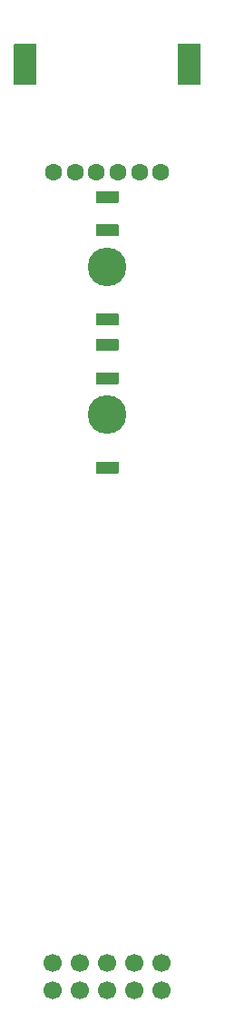
<source format=gbr>
%TF.GenerationSoftware,KiCad,Pcbnew,5.1.7-a382d34a8~88~ubuntu18.04.1*%
%TF.CreationDate,2021-10-27T00:47:39-07:00*%
%TF.ProjectId,cv-extractor,63762d65-7874-4726-9163-746f722e6b69,rev?*%
%TF.SameCoordinates,Original*%
%TF.FileFunction,Soldermask,Top*%
%TF.FilePolarity,Negative*%
%FSLAX46Y46*%
G04 Gerber Fmt 4.6, Leading zero omitted, Abs format (unit mm)*
G04 Created by KiCad (PCBNEW 5.1.7-a382d34a8~88~ubuntu18.04.1) date 2021-10-27 00:47:39*
%MOMM*%
%LPD*%
G01*
G04 APERTURE LIST*
%ADD10C,3.600000*%
%ADD11C,1.600000*%
%ADD12C,1.700200*%
G04 APERTURE END LIST*
D10*
%TO.C,J2*%
X100000000Y-62750000D03*
G36*
G01*
X101050000Y-67170000D02*
X101050000Y-68170000D01*
G75*
G02*
X101000000Y-68220000I-50000J0D01*
G01*
X99000000Y-68220000D01*
G75*
G02*
X98950000Y-68170000I0J50000D01*
G01*
X98950000Y-67170000D01*
G75*
G02*
X99000000Y-67120000I50000J0D01*
G01*
X101000000Y-67120000D01*
G75*
G02*
X101050000Y-67170000I0J-50000D01*
G01*
G37*
G36*
G01*
X101050000Y-58870000D02*
X101050000Y-59870000D01*
G75*
G02*
X101000000Y-59920000I-50000J0D01*
G01*
X99000000Y-59920000D01*
G75*
G02*
X98950000Y-59870000I0J50000D01*
G01*
X98950000Y-58870000D01*
G75*
G02*
X99000000Y-58820000I50000J0D01*
G01*
X101000000Y-58820000D01*
G75*
G02*
X101050000Y-58870000I0J-50000D01*
G01*
G37*
G36*
G01*
X101050000Y-55770000D02*
X101050000Y-56770000D01*
G75*
G02*
X101000000Y-56820000I-50000J0D01*
G01*
X99000000Y-56820000D01*
G75*
G02*
X98950000Y-56770000I0J50000D01*
G01*
X98950000Y-55770000D01*
G75*
G02*
X99000000Y-55720000I50000J0D01*
G01*
X101000000Y-55720000D01*
G75*
G02*
X101050000Y-55770000I0J-50000D01*
G01*
G37*
%TD*%
%TO.C,RV1*%
G36*
G01*
X106600000Y-32050000D02*
X106600000Y-28350000D01*
G75*
G02*
X106650000Y-28300000I50000J0D01*
G01*
X108650000Y-28300000D01*
G75*
G02*
X108700000Y-28350000I0J-50000D01*
G01*
X108700000Y-32050000D01*
G75*
G02*
X108650000Y-32100000I-50000J0D01*
G01*
X106650000Y-32100000D01*
G75*
G02*
X106600000Y-32050000I0J50000D01*
G01*
G37*
D11*
X105000000Y-40200000D03*
X103000000Y-40200000D03*
X101000000Y-40200000D03*
X99000000Y-40200000D03*
X97000000Y-40200000D03*
X95000000Y-40200000D03*
G36*
G01*
X91300000Y-32050000D02*
X91300000Y-28350000D01*
G75*
G02*
X91350000Y-28300000I50000J0D01*
G01*
X93350000Y-28300000D01*
G75*
G02*
X93400000Y-28350000I0J-50000D01*
G01*
X93400000Y-32050000D01*
G75*
G02*
X93350000Y-32100000I-50000J0D01*
G01*
X91350000Y-32100000D01*
G75*
G02*
X91300000Y-32050000I0J50000D01*
G01*
G37*
%TD*%
D10*
%TO.C,J1*%
X100000000Y-49000000D03*
G36*
G01*
X101050000Y-53420000D02*
X101050000Y-54420000D01*
G75*
G02*
X101000000Y-54470000I-50000J0D01*
G01*
X99000000Y-54470000D01*
G75*
G02*
X98950000Y-54420000I0J50000D01*
G01*
X98950000Y-53420000D01*
G75*
G02*
X99000000Y-53370000I50000J0D01*
G01*
X101000000Y-53370000D01*
G75*
G02*
X101050000Y-53420000I0J-50000D01*
G01*
G37*
G36*
G01*
X101050000Y-45120000D02*
X101050000Y-46120000D01*
G75*
G02*
X101000000Y-46170000I-50000J0D01*
G01*
X99000000Y-46170000D01*
G75*
G02*
X98950000Y-46120000I0J50000D01*
G01*
X98950000Y-45120000D01*
G75*
G02*
X99000000Y-45070000I50000J0D01*
G01*
X101000000Y-45070000D01*
G75*
G02*
X101050000Y-45120000I0J-50000D01*
G01*
G37*
G36*
G01*
X101050000Y-42020000D02*
X101050000Y-43020000D01*
G75*
G02*
X101000000Y-43070000I-50000J0D01*
G01*
X99000000Y-43070000D01*
G75*
G02*
X98950000Y-43020000I0J50000D01*
G01*
X98950000Y-42020000D01*
G75*
G02*
X99000000Y-41970000I50000J0D01*
G01*
X101000000Y-41970000D01*
G75*
G02*
X101050000Y-42020000I0J-50000D01*
G01*
G37*
%TD*%
D12*
%TO.C,J3*%
X105080000Y-116270000D03*
X105080000Y-113730000D03*
X102540000Y-116270000D03*
X102540000Y-113730000D03*
X100000000Y-116270000D03*
X100000000Y-113730000D03*
X97460000Y-116270000D03*
X97460000Y-113730000D03*
X94920000Y-116270000D03*
X94920000Y-113730000D03*
%TD*%
M02*

</source>
